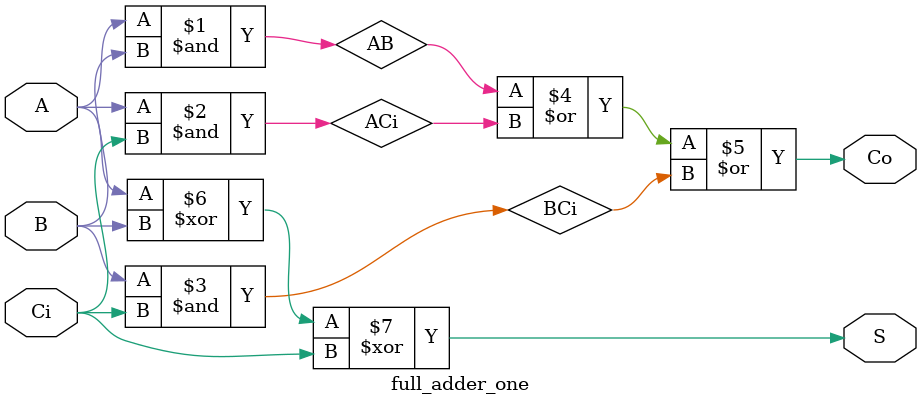
<source format=v>
module full_adder_one (A, B, Ci, Co, S);

input A, B, Ci;
output Co, S;

and (AB, A, B);
and (ACi, A, Ci);
and (BCi, B, Ci);
or (Co, AB, ACi, BCi);
xor (S, A, B, Ci);

endmodule // full_adder_one

</source>
